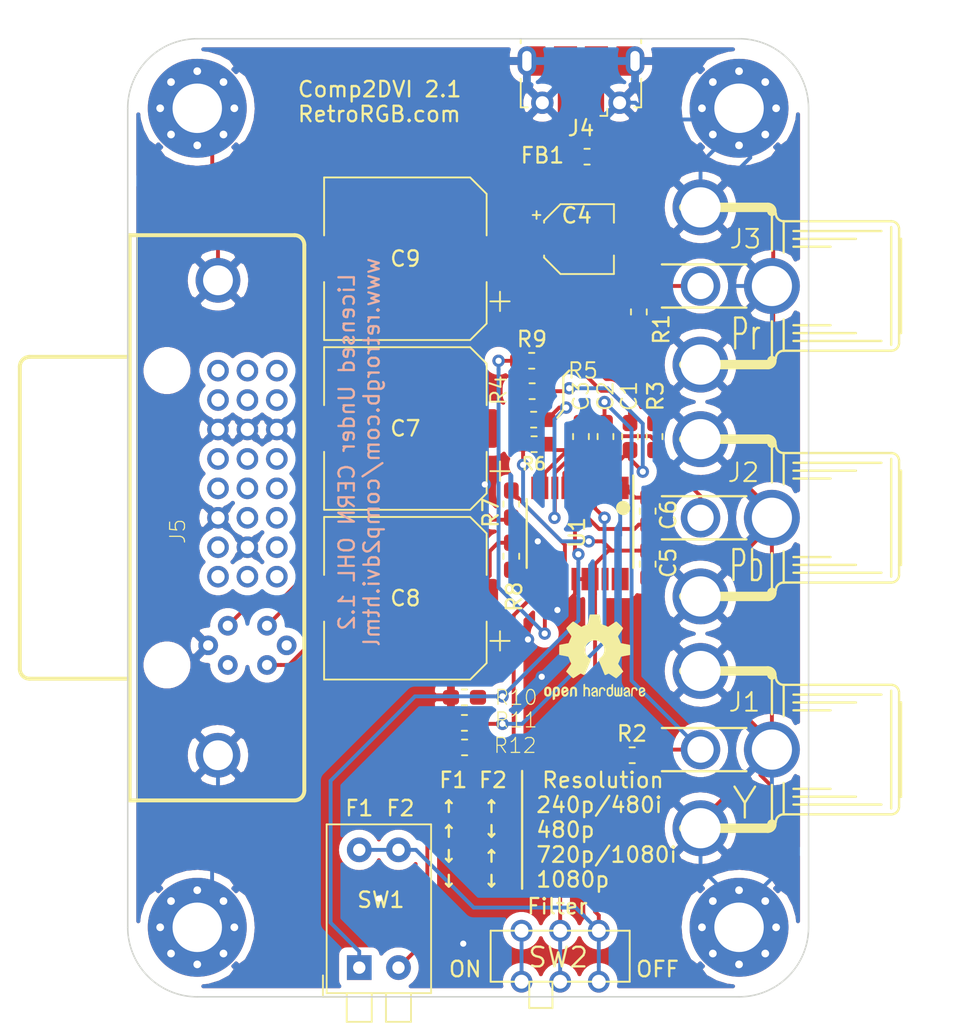
<source format=kicad_pcb>
(kicad_pcb (version 20171130) (host pcbnew "(5.1.0)-1")
  (layers (0 F.Cu signal) (31 B.Cu signal) (34 B.Paste user) (35 F.Paste user) (36 B.SilkS user) (37 F.SilkS user) (38 B.Mask user) (39 F.Mask user) (44 Edge.Cuts user))
  (net 0 "")
  (net 1 SF1_IN)
  (net 2 Pr)
  (net 3 Y)
  (net 4 SF2_IN)
  (net 5 SF3_IN)
  (net 6 Pb)
  (net 7 5V)
  (net 8 GND)
  (net 9 Pr_OUT)
  (net 10 Y_OUT)
  (net 11 Pb_OUT)
  (net 12 "Net-(FB1-Pad2)")
  (net 13 "Net-(J4-Pad2)")
  (net 14 "Net-(J4-Pad3)")
  (net 15 "Net-(J4-Pad4)")
  (net 16 "Net-(J5-Pad1)")
  (net 17 "Net-(J5-Pad2)")
  (net 18 "Net-(J5-Pad4)")
  (net 19 "Net-(J5-Pad5)")
  (net 20 "Net-(J5-Pad6)")
  (net 21 "Net-(J5-Pad7)")
  (net 22 "Net-(J5-Pad8)")
  (net 23 "Net-(J5-Pad9)")
  (net 24 "Net-(J5-Pad10)")
  (net 25 "Net-(J5-Pad12)")
  (net 26 "Net-(J5-Pad13)")
  (net 27 "Net-(J5-Pad14)")
  (net 28 "Net-(J5-Pad16)")
  (net 29 "Net-(J5-Pad17)")
  (net 30 "Net-(J5-Pad18)")
  (net 31 "Net-(J5-Pad20)")
  (net 32 "Net-(J5-Pad21)")
  (net 33 "Net-(J5-Pad23)")
  (net 34 "Net-(J5-Pad24)")
  (net 35 "Net-(J5-PadC4)")
  (net 36 "Net-(R7-Pad2)")
  (net 37 "Net-(R8-Pad2)")
  (net 38 FILTER1)
  (net 39 FILTER2)
  (net 40 BYPASS)
  (net 41 "Net-(U1-Pad18)")
  (net 42 "Net-(U1-Pad19)")
  (net 43 "Net-(U1-Pad20)")
  (net 44 "Net-(U1-Pad10)")
  (net 45 "Net-(C7-Pad1)")
  (net 46 "Net-(C8-Pad1)")
  (net 47 "Net-(C9-Pad1)")
  (net 48 "Net-(R9-Pad2)")
  (net 49 "Net-(SW2-Pad1)")
  (module MountingHole:MountingHole_3.2mm_M3_Pad_Via (layer F.Cu) (at 70.159 118.448)
    (fp_text reference REF** hide)
    (fp_text value MountingHole_3.2mm_M3_Pad_Via)
    (pad 1 thru_hole circle (at 0 0) (size 6.4 6.4) (drill 3.2) (layers *.Cu *.Mask) (net 8 GND))
    (pad 1 thru_hole circle (at 2.4 0) (size 0.8 0.8) (drill 0.5) (layers *.Cu *.Mask))
    (pad 1 thru_hole circle (at 1.697056 1.697056) (size 0.8 0.8) (drill 0.5) (layers *.Cu *.Mask))
    (pad 1 thru_hole circle (at 0 2.4) (size 0.8 0.8) (drill 0.5) (layers *.Cu *.Mask))
    (pad 1 thru_hole circle (at -1.697056 1.697056) (size 0.8 0.8) (drill 0.5) (layers *.Cu *.Mask))
    (pad 1 thru_hole circle (at -2.4 0) (size 0.8 0.8) (drill 0.5) (layers *.Cu *.Mask))
    (pad 1 thru_hole circle (at -1.697056 -1.697056) (size 0.8 0.8) (drill 0.5) (layers *.Cu *.Mask))
    (pad 1 thru_hole circle (at 0 -2.4) (size 0.8 0.8) (drill 0.5) (layers *.Cu *.Mask))
    (pad 1 thru_hole circle (at 1.697056 -1.697056) (size 0.8 0.8) (drill 0.5) (layers *.Cu *.Mask))
  )
  (module MountingHole:MountingHole_3.2mm_M3_Pad_Via (layer F.Cu) (at 70.159 65.448)
    (fp_text reference REF** hide)
    (fp_text value MountingHole_3.2mm_M3_Pad_Via)
    (pad 1 thru_hole circle (at 1.697056 -1.697056) (size 0.8 0.8) (drill 0.5) (layers *.Cu *.Mask))
    (pad 1 thru_hole circle (at 0 -2.4) (size 0.8 0.8) (drill 0.5) (layers *.Cu *.Mask))
    (pad 1 thru_hole circle (at -1.697056 -1.697056) (size 0.8 0.8) (drill 0.5) (layers *.Cu *.Mask))
    (pad 1 thru_hole circle (at -2.4 0) (size 0.8 0.8) (drill 0.5) (layers *.Cu *.Mask))
    (pad 1 thru_hole circle (at -1.697056 1.697056) (size 0.8 0.8) (drill 0.5) (layers *.Cu *.Mask))
    (pad 1 thru_hole circle (at 0 2.4) (size 0.8 0.8) (drill 0.5) (layers *.Cu *.Mask))
    (pad 1 thru_hole circle (at 1.697056 1.697056) (size 0.8 0.8) (drill 0.5) (layers *.Cu *.Mask))
    (pad 1 thru_hole circle (at 2.4 0) (size 0.8 0.8) (drill 0.5) (layers *.Cu *.Mask))
    (pad 1 thru_hole circle (at 0 0) (size 6.4 6.4) (drill 3.2) (layers *.Cu *.Mask) (net 8 GND))
  )
  (module MountingHole:MountingHole_3.2mm_M3_Pad_Via (layer F.Cu) (at 105.228 65.448)
    (fp_text reference REF** hide)
    (fp_text value MountingHole_3.2mm_M3_Pad_Via)
    (pad 1 thru_hole circle (at 0 0) (size 6.4 6.4) (drill 3.2) (layers *.Cu *.Mask) (net 8 GND))
    (pad 1 thru_hole circle (at 2.4 0) (size 0.8 0.8) (drill 0.5) (layers *.Cu *.Mask))
    (pad 1 thru_hole circle (at 1.697056 1.697056) (size 0.8 0.8) (drill 0.5) (layers *.Cu *.Mask))
    (pad 1 thru_hole circle (at 0 2.4) (size 0.8 0.8) (drill 0.5) (layers *.Cu *.Mask))
    (pad 1 thru_hole circle (at -1.697056 1.697056) (size 0.8 0.8) (drill 0.5) (layers *.Cu *.Mask))
    (pad 1 thru_hole circle (at -2.4 0) (size 0.8 0.8) (drill 0.5) (layers *.Cu *.Mask))
    (pad 1 thru_hole circle (at -1.697056 -1.697056) (size 0.8 0.8) (drill 0.5) (layers *.Cu *.Mask))
    (pad 1 thru_hole circle (at 0 -2.4) (size 0.8 0.8) (drill 0.5) (layers *.Cu *.Mask))
    (pad 1 thru_hole circle (at 1.697056 -1.697056) (size 0.8 0.8) (drill 0.5) (layers *.Cu *.Mask))
  )
  (module MountingHole:MountingHole_3.2mm_M3_Pad_Via (layer F.Cu) (at 105.228 118.448)
    (fp_text reference REF** hide)
    (fp_text value MountingHole_3.2mm_M3_Pad_Via)
    (pad 1 thru_hole circle (at 1.697056 -1.697056) (size 0.8 0.8) (drill 0.5) (layers *.Cu *.Mask))
    (pad 1 thru_hole circle (at 0 -2.4) (size 0.8 0.8) (drill 0.5) (layers *.Cu *.Mask) (net 8 GND))
    (pad 1 thru_hole circle (at -1.697056 -1.697056) (size 0.8 0.8) (drill 0.5) (layers *.Cu *.Mask))
    (pad 1 thru_hole circle (at -2.4 0) (size 0.8 0.8) (drill 0.5) (layers *.Cu *.Mask))
    (pad 1 thru_hole circle (at -1.697056 1.697056) (size 0.8 0.8) (drill 0.5) (layers *.Cu *.Mask))
    (pad 1 thru_hole circle (at 0 2.4) (size 0.8 0.8) (drill 0.5) (layers *.Cu *.Mask))
    (pad 1 thru_hole circle (at 1.697056 1.697056) (size 0.8 0.8) (drill 0.5) (layers *.Cu *.Mask))
    (pad 1 thru_hole circle (at 2.4 0) (size 0.8 0.8) (drill 0.5) (layers *.Cu *.Mask))
    (pad 1 thru_hole circle (at 0 0) (size 6.4 6.4) (drill 3.2) (layers *.Cu *.Mask) (net 8 GND))
  )
  (module Fiducial:Fiducial_1mm_Mask2mm (layer F.Cu) (at 107.95 113.538)
    (fp_text reference REF** hide)
    (fp_text value Fiducial_1mm_Mask2mm)
    (pad "" smd circle (at 0 0) (size 1 1) (layers F.Cu F.Mask) (clearance 0.5))
  )
  (module Fiducial:Fiducial_1mm_Mask2mm (layer F.Cu) (at 67.409 70.148)
    (fp_text reference REF** hide)
    (fp_text value Fiducial_1mm_Mask2mm)
    (pad "" smd circle (at 0 0) (size 1 1) (layers F.Cu F.Mask) (clearance 0.5))
  )
  (module Symbol:OSHW-Logo2_7.3x6mm_SilkScreen (layer F.Cu) (at 95.885 100.965)
    (fp_text reference REF** hide)
    (fp_text value OSHW-Logo2_7.3x6mm_SilkScreen hide)
  )
  (module Package_SO:TSSOP-20_4.4x6.5mm_P0.65mm (layer F.Cu) (at 94.9325 92.964 270)
    (fp_text reference U1 (at -0.0635 0.1905 270) (layer F.SilkS))
    (fp_text value THS7368)
    (pad 1 smd rect (at -2.95 -2.925 270) (size 1.45 0.45) (layers F.Cu F.Paste F.Mask) (net 8 GND))
    (pad 2 smd rect (at -2.95 -2.275 270) (size 1.45 0.45) (layers F.Cu F.Paste F.Mask) (net 8 GND))
    (pad 3 smd rect (at -2.95 -1.625 270) (size 1.45 0.45) (layers F.Cu F.Paste F.Mask) (net 8 GND))
    (pad 4 smd rect (at -2.95 -0.975 270) (size 1.45 0.45) (layers F.Cu F.Paste F.Mask) (net 39 FILTER2))
    (pad 5 smd rect (at -2.95 -0.325 270) (size 1.45 0.45) (layers F.Cu F.Paste F.Mask) (net 7 5V))
    (pad 6 smd rect (at -2.95 0.325 270) (size 1.45 0.45) (layers F.Cu F.Paste F.Mask) (net 38 FILTER1))
    (pad 7 smd rect (at -2.95 0.975 270) (size 1.45 0.45) (layers F.Cu F.Paste F.Mask) (net 1 SF1_IN))
    (pad 8 smd rect (at -2.95 1.625 270) (size 1.45 0.45) (layers F.Cu F.Paste F.Mask) (net 4 SF2_IN))
    (pad 9 smd rect (at -2.95 2.275 270) (size 1.45 0.45) (layers F.Cu F.Paste F.Mask) (net 5 SF3_IN))
    (pad 10 smd rect (at -2.95 2.925 270) (size 1.45 0.45) (layers F.Cu F.Paste F.Mask) (net 44 "Net-(U1-Pad10)"))
    (pad 11 smd rect (at 2.95 2.925 270) (size 1.45 0.45) (layers F.Cu F.Paste F.Mask) (net 40 BYPASS))
    (pad 12 smd rect (at 2.95 2.275 270) (size 1.45 0.45) (layers F.Cu F.Paste F.Mask) (net 48 "Net-(R9-Pad2)"))
    (pad 13 smd rect (at 2.95 1.625 270) (size 1.45 0.45) (layers F.Cu F.Paste F.Mask) (net 37 "Net-(R8-Pad2)"))
    (pad 14 smd rect (at 2.95 0.975 270) (size 1.45 0.45) (layers F.Cu F.Paste F.Mask) (net 36 "Net-(R7-Pad2)"))
    (pad 15 smd rect (at 2.95 0.325 270) (size 1.45 0.45) (layers F.Cu F.Paste F.Mask) (net 8 GND))
    (pad 16 smd rect (at 2.95 -0.325 270) (size 1.45 0.45) (layers F.Cu F.Paste F.Mask) (net 8 GND))
    (pad 17 smd rect (at 2.95 -0.975 270) (size 1.45 0.45) (layers F.Cu F.Paste F.Mask) (net 7 5V))
    (pad 18 smd rect (at 2.95 -1.625 270) (size 1.45 0.45) (layers F.Cu F.Paste F.Mask) (net 41 "Net-(U1-Pad18)"))
    (pad 19 smd rect (at 2.95 -2.275 270) (size 1.45 0.45) (layers F.Cu F.Paste F.Mask) (net 42 "Net-(U1-Pad19)"))
    (pad 20 smd rect (at 2.95 -2.925 270) (size 1.45 0.45) (layers F.Cu F.Paste F.Mask) (net 43 "Net-(U1-Pad20)"))
  )
  (module Button_Switch_THT:SW_DIP_SPSTx02_Piano_10.8x6.64mm_W7.62mm_P2.54mm (layer F.Cu) (at 80.645 121.0564 90)
    (fp_text reference SW1 (at 4.3815 1.397 180) (layer F.SilkS))
    (fp_text value SW_DIP_x02)
    (pad 4 thru_hole oval (at 7.62 0 90) (size 1.6 1.6) (drill 0.8) (layers *.Cu *.Mask) (net 7 5V))
    (pad 2 thru_hole oval (at 0 2.54 90) (size 1.6 1.6) (drill 0.8) (layers *.Cu *.Mask) (net 39 FILTER2))
    (pad 3 thru_hole oval (at 7.62 2.54 90) (size 1.6 1.6) (drill 0.8) (layers *.Cu *.Mask) (net 7 5V))
    (pad 1 thru_hole rect (at 0 0 90) (size 1.6 1.6) (drill 0.8) (layers *.Cu *.Mask) (net 38 FILTER1))
  )
  (module Connector_USB:USB_Micro-B_Molex-105017-0001 (layer F.Cu) (at 94.996 63.627 180)
    (fp_text reference J4 (at 0 -3.1125 180) (layer F.SilkS))
    (fp_text value USB_B_Micro)
    (pad 6 smd rect (at -2.9 1.2375 180) (size 1.2 1.9) (layers F.Cu F.Mask) (net 8 GND))
    (pad 6 smd rect (at 2.9 1.2375 180) (size 1.2 1.9) (layers F.Cu F.Mask) (net 8 GND))
    (pad 6 thru_hole oval (at 3.5 1.2375 180) (size 1.2 1.9) (drill oval 0.6 1.3) (layers *.Cu *.Mask) (net 8 GND))
    (pad 6 thru_hole oval (at -3.5 1.2375) (size 1.2 1.9) (drill oval 0.6 1.3) (layers *.Cu *.Mask) (net 8 GND))
    (pad 6 smd rect (at -1 1.2375 180) (size 1.5 1.9) (layers F.Cu F.Paste F.Mask) (net 8 GND))
    (pad 6 thru_hole circle (at 2.5 -1.4625 180) (size 1.45 1.45) (drill 0.85) (layers *.Cu *.Mask) (net 8 GND))
    (pad 3 smd rect (at 0 -1.4625 180) (size 0.4 1.35) (layers F.Cu F.Paste F.Mask) (net 14 "Net-(J4-Pad3)"))
    (pad 4 smd rect (at 0.65 -1.4625 180) (size 0.4 1.35) (layers F.Cu F.Paste F.Mask) (net 15 "Net-(J4-Pad4)"))
    (pad 5 smd rect (at 1.3 -1.4625 180) (size 0.4 1.35) (layers F.Cu F.Paste F.Mask) (net 8 GND))
    (pad 1 smd rect (at -1.3 -1.4625 180) (size 0.4 1.35) (layers F.Cu F.Paste F.Mask) (net 12 "Net-(FB1-Pad2)"))
    (pad 2 smd rect (at -0.65 -1.4625 180) (size 0.4 1.35) (layers F.Cu F.Paste F.Mask) (net 13 "Net-(J4-Pad2)"))
    (pad 6 thru_hole circle (at -2.5 -1.4625 180) (size 1.45 1.45) (drill 0.85) (layers *.Cu *.Mask) (net 8 GND))
    (pad 6 smd rect (at 1 1.2375 180) (size 1.5 1.9) (layers F.Cu F.Paste F.Mask) (net 8 GND))
  )
  (module "Component to DVI-A Compact:JS202011" (layer F.Cu) (at 93.6498 120.269)
    (fp_text reference SW2 (at -0.127 0.127) (layer F.SilkS) (effects (font (size 1.27 1.27))))
    (fp_text value SW_DPDT_x2 hide)
    (pad 4 thru_hole circle (at -2.5 -1.6) (size 1.408 1.408) (drill 0.9) (layers *.Cu *.Mask) (net 49 "Net-(SW2-Pad1)"))
    (pad 5 thru_hole circle (at 0 -1.6) (size 1.408 1.408) (drill 0.9) (layers *.Cu *.Mask) (net 40 BYPASS))
    (pad 6 thru_hole circle (at 2.5 -1.6) (size 1.408 1.408) (drill 0.9) (layers *.Cu *.Mask) (net 7 5V))
    (pad 3 thru_hole circle (at 2.5 1.7) (size 1.408 1.408) (drill 0.9) (layers *.Cu *.Mask) (net 7 5V))
    (pad 2 thru_hole circle (at 0 1.7) (size 1.408 1.408) (drill 0.9) (layers *.Cu *.Mask) (net 40 BYPASS))
    (pad 1 thru_hole circle (at -2.5 1.7) (size 1.408 1.408) (drill 0.9) (layers *.Cu *.Mask) (net 49 "Net-(SW2-Pad1)"))
  )
  (module Resistor_SMD:R_0603_1608Metric_Pad1.05x0.95mm_HandSolder (layer F.Cu) (at 87.4636 106.807)
    (fp_text reference R12 (at 1.8174 0.4445) (layer F.SilkS) (effects (font (size 0.9652 0.9652) (thickness 0.077216)) (justify left bottom)))
    (fp_text value 100K)
    (pad 2 smd roundrect (at 0.875 0) (size 1.05 0.95) (layers F.Cu F.Paste F.Mask) (net 40 BYPASS))
    (pad 1 smd roundrect (at -0.875 0) (size 1.05 0.95) (layers F.Cu F.Paste F.Mask) (net 8 GND))
  )
  (module Resistor_SMD:R_0603_1608Metric_Pad1.05x0.95mm_HandSolder (layer F.Cu) (at 87.4535 105.2195)
    (fp_text reference R11 (at 1.891 0.381) (layer F.SilkS) (effects (font (size 0.9652 0.9652) (thickness 0.077216)) (justify left bottom)))
    (fp_text value 100K)
    (pad 2 smd roundrect (at 0.875 0) (size 1.05 0.95) (layers F.Cu F.Paste F.Mask) (net 39 FILTER2))
    (pad 1 smd roundrect (at -0.875 0) (size 1.05 0.95) (layers F.Cu F.Paste F.Mask) (net 8 GND))
  )
  (module Resistor_SMD:R_0603_1608Metric_Pad1.05x0.95mm_HandSolder (layer F.Cu) (at 87.4535 103.5685)
    (fp_text reference R10 (at 1.891 0.5715 180) (layer F.SilkS) (effects (font (size 0.9652 0.9652) (thickness 0.077216)) (justify left bottom)))
    (fp_text value 100K)
    (pad 2 smd roundrect (at 0.875 0) (size 1.05 0.95) (layers F.Cu F.Paste F.Mask) (net 38 FILTER1))
    (pad 1 smd roundrect (at -0.875 0) (size 1.05 0.95) (layers F.Cu F.Paste F.Mask) (net 8 GND))
  )
  (module "Component to DVI-A Compact:CIU_RCJ-01X" (layer F.Cu) (at 107.315 106.948 270)
    (fp_text reference J1 (at -2.3635 2.8575) (layer F.SilkS) (effects (font (size 1.2065 1.2065) (thickness 0.127)) (justify left bottom)))
    (fp_text value Conn_Coaxial)
    (pad 1 thru_hole circle (at 0 4.58 270) (size 2.55 2.55) (drill 1.7) (layers *.Cu *.Mask) (net 3 Y))
    (pad 2 thru_hole circle (at 5.088 4.58 270) (size 3.616 3.616) (drill 2.6) (layers *.Cu *.Mask) (net 8 GND))
    (pad 2 thru_hole circle (at -5.088 4.58 270) (size 3.616 3.616) (drill 2.6) (layers *.Cu *.Mask) (net 8 GND))
    (pad 2 thru_hole circle (at 0 -0.04 270) (size 3.616 3.616) (drill 2.6) (layers *.Cu *.Mask) (net 8 GND))
  )
  (module Resistor_SMD:R_0603_1608Metric_Pad1.05x0.95mm_HandSolder (layer F.Cu) (at 91.807 81.788 180)
    (fp_text reference R9 (at -0.014 1.397 180) (layer F.SilkS))
    (fp_text value 75Ω)
    (pad 2 smd roundrect (at 0.875 0 180) (size 1.05 0.95) (layers F.Cu F.Paste F.Mask) (net 48 "Net-(R9-Pad2)"))
    (pad 1 smd roundrect (at -0.875 0 180) (size 1.05 0.95) (layers F.Cu F.Paste F.Mask) (net 47 "Net-(C9-Pad1)"))
  )
  (module Resistor_SMD:R_0603_1608Metric_Pad1.05x0.95mm_HandSolder (layer F.Cu) (at 90.4875 91.059 90)
    (fp_text reference R7 (at -0.5575 -1.3335 90) (layer F.SilkS))
    (fp_text value 75Ω)
    (pad 1 smd roundrect (at -0.875 0 90) (size 1.05 0.95) (layers F.Cu F.Paste F.Mask) (net 45 "Net-(C7-Pad1)"))
    (pad 2 smd roundrect (at 0.875 0 90) (size 1.05 0.95) (layers F.Cu F.Paste F.Mask) (net 36 "Net-(R7-Pad2)"))
  )
  (module Capacitor_SMD:C_0603_1608Metric_Pad1.05x0.95mm_HandSolder (layer F.Cu) (at 98.171 86.6915 90)
    (fp_text reference C1 (at 2.6175 -0.0635 90) (layer F.SilkS) (effects (font (thickness 0.125))))
    (fp_text value 100nF)
    (pad 1 smd roundrect (at -0.875 0 90) (size 1.05 0.95) (layers F.Cu F.Paste F.Mask) (net 1 SF1_IN))
    (pad 2 smd roundrect (at 0.875 0 90) (size 1.05 0.95) (layers F.Cu F.Paste F.Mask) (net 2 Pr))
  )
  (module Capacitor_SMD:C_0603_1608Metric_Pad1.05x0.95mm_HandSolder (layer F.Cu) (at 96.5835 86.6915 90)
    (fp_text reference C2 (at 2.6175 0 90) (layer F.SilkS) (effects (font (thickness 0.125))))
    (fp_text value 100nF)
    (pad 2 smd roundrect (at 0.875 0 90) (size 1.05 0.95) (layers F.Cu F.Paste F.Mask) (net 3 Y))
    (pad 1 smd roundrect (at -0.875 0 90) (size 1.05 0.95) (layers F.Cu F.Paste F.Mask) (net 4 SF2_IN))
  )
  (module Capacitor_SMD:C_0603_1608Metric_Pad1.05x0.95mm_HandSolder (layer F.Cu) (at 94.996 86.6915 90)
    (fp_text reference C3 (at 2.6175 0 90) (layer F.SilkS) (effects (font (thickness 0.125))))
    (fp_text value 100nF)
    (pad 1 smd roundrect (at -0.875 0 90) (size 1.05 0.95) (layers F.Cu F.Paste F.Mask) (net 5 SF3_IN))
    (pad 2 smd roundrect (at 0.875 0 90) (size 1.05 0.95) (layers F.Cu F.Paste F.Mask) (net 6 Pb))
  )
  (module Capacitor_SMD:CP_Elec_4x5.4 (layer F.Cu) (at 94.869 73.914)
    (fp_text reference C4 (at -0.149 -1.524) (layer F.SilkS))
    (fp_text value 10μF)
    (pad 1 smd roundrect (at -1.8 0) (size 2.6 1.6) (layers F.Cu F.Paste F.Mask) (roundrect_rratio 0.15625) (net 7 5V))
    (pad 2 smd roundrect (at 1.8 0) (size 2.6 1.6) (layers F.Cu F.Paste F.Mask) (roundrect_rratio 0.15625) (net 8 GND))
  )
  (module Capacitor_SMD:C_0603_1608Metric_Pad1.05x0.95mm_HandSolder (layer F.Cu) (at 99.314 91.5175 270)
    (fp_text reference C5 (at 3.3515 -1.3335 270) (layer F.SilkS))
    (fp_text value 100nF)
    (pad 2 smd roundrect (at 0.875 0 270) (size 1.05 0.95) (layers F.Cu F.Paste F.Mask) (net 7 5V))
    (pad 1 smd roundrect (at -0.875 0 270) (size 1.05 0.95) (layers F.Cu F.Paste F.Mask) (net 8 GND))
  )
  (module Capacitor_SMD:C_0603_1608Metric_Pad1.05x0.95mm_HandSolder (layer F.Cu) (at 99.314 94.9465 90)
    (fp_text reference C6 (at 3.189 1.3335 270) (layer F.SilkS))
    (fp_text value 10nF)
    (pad 1 smd roundrect (at -0.875 0 90) (size 1.05 0.95) (layers F.Cu F.Paste F.Mask) (net 8 GND))
    (pad 2 smd roundrect (at 0.875 0 90) (size 1.05 0.95) (layers F.Cu F.Paste F.Mask) (net 7 5V))
  )
  (module Capacitor_SMD:CP_Elec_10x10 (layer F.Cu) (at 83.6295 86.1695 180)
    (fp_text reference C7 (at 0 0 180) (layer F.SilkS))
    (fp_text value 470μF)
    (pad 1 smd roundrect (at -4 0 180) (size 4 2.5) (layers F.Cu F.Paste F.Mask) (roundrect_rratio 0.1) (net 45 "Net-(C7-Pad1)"))
    (pad 2 smd roundrect (at 4 0 180) (size 4 2.5) (layers F.Cu F.Paste F.Mask) (roundrect_rratio 0.1) (net 9 Pr_OUT))
  )
  (module Capacitor_SMD:CP_Elec_10x10 (layer F.Cu) (at 83.6295 97.155 180)
    (fp_text reference C8 (at 0 0 180) (layer F.SilkS))
    (fp_text value 470μF)
    (pad 2 smd roundrect (at 4 0 180) (size 4 2.5) (layers F.Cu F.Paste F.Mask) (roundrect_rratio 0.1) (net 10 Y_OUT))
    (pad 1 smd roundrect (at -4 0 180) (size 4 2.5) (layers F.Cu F.Paste F.Mask) (roundrect_rratio 0.1) (net 46 "Net-(C8-Pad1)"))
  )
  (module Capacitor_SMD:CP_Elec_10x10 (layer F.Cu) (at 83.6295 75.184 180)
    (fp_text reference C9 (at 0 0 180) (layer F.SilkS))
    (fp_text value 470μF)
    (pad 1 smd roundrect (at -4 0 180) (size 4 2.5) (layers F.Cu F.Paste F.Mask) (roundrect_rratio 0.1) (net 47 "Net-(C9-Pad1)"))
    (pad 2 smd roundrect (at 4 0 180) (size 4 2.5) (layers F.Cu F.Paste F.Mask) (roundrect_rratio 0.1) (net 11 Pb_OUT))
  )
  (module Inductor_SMD:L_0603_1608Metric_Pad1.05x0.95mm_HandSolder (layer F.Cu) (at 95.391 68.58)
    (fp_text reference FB1 (at -2.891 -0.08) (layer F.SilkS))
    (fp_text value 220Ω)
    (pad 1 smd roundrect (at -0.875 0) (size 1.05 0.95) (layers F.Cu F.Paste F.Mask) (net 7 5V))
    (pad 2 smd roundrect (at 0.875 0) (size 1.05 0.95) (layers F.Cu F.Paste F.Mask) (net 12 "Net-(FB1-Pad2)"))
  )
  (module "Component to DVI-A Compact:CIU_RCJ-01X" (layer F.Cu) (at 107.315 91.948 270)
    (fp_text reference J2 (at -2.2225 2.921) (layer F.SilkS) (effects (font (size 1.2065 1.2065) (thickness 0.127)) (justify left bottom)))
    (fp_text value Conn_Coaxial)
    (pad 2 thru_hole circle (at 0 -0.04 270) (size 3.616 3.616) (drill 2.6) (layers *.Cu *.Mask) (net 8 GND))
    (pad 2 thru_hole circle (at -5.088 4.58 270) (size 3.616 3.616) (drill 2.6) (layers *.Cu *.Mask) (net 8 GND))
    (pad 2 thru_hole circle (at 5.088 4.58 270) (size 3.616 3.616) (drill 2.6) (layers *.Cu *.Mask) (net 8 GND))
    (pad 1 thru_hole circle (at 0 4.58 270) (size 2.55 2.55) (drill 1.7) (layers *.Cu *.Mask) (net 6 Pb))
  )
  (module "Component to DVI-A Compact:CIU_RCJ-01X" (layer F.Cu) (at 107.315 76.948 270)
    (fp_text reference J3 (at -2.3355 2.794) (layer F.SilkS) (effects (font (size 1.2065 1.2065) (thickness 0.127)) (justify left bottom)))
    (fp_text value Conn_Coaxial)
    (pad 1 thru_hole circle (at 0 4.58 270) (size 2.55 2.55) (drill 1.7) (layers *.Cu *.Mask) (net 2 Pr))
    (pad 2 thru_hole circle (at 5.088 4.58 270) (size 3.616 3.616) (drill 2.6) (layers *.Cu *.Mask) (net 8 GND))
    (pad 2 thru_hole circle (at -5.088 4.58 270) (size 3.616 3.616) (drill 2.6) (layers *.Cu *.Mask) (net 8 GND))
    (pad 2 thru_hole circle (at 0 -0.04 270) (size 3.616 3.616) (drill 2.6) (layers *.Cu *.Mask) (net 8 GND))
  )
  (module "Component to DVI-A Compact:DVI-I-R" (layer F.Cu) (at 68.326 91.948 270)
    (fp_text reference J5 (at 0 0 90) (layer F.SilkS) (effects (font (size 0.9652 0.9652) (thickness 0.077216)) (justify right top)))
    (fp_text value DVI-I-R)
    (pad 1 thru_hole circle (at -9.525 -6.985 270) (size 1.397 1.397) (drill 0.8636) (layers *.Cu *.Mask) (net 16 "Net-(J5-Pad1)"))
    (pad 2 thru_hole circle (at -7.62 -6.985 270) (size 1.397 1.397) (drill 0.8636) (layers *.Cu *.Mask) (net 17 "Net-(J5-Pad2)"))
    (pad 3 thru_hole circle (at -5.715 -6.985 270) (size 1.397 1.397) (drill 0.8636) (layers *.Cu *.Mask) (net 8 GND))
    (pad 4 thru_hole circle (at -3.81 -6.985 270) (size 1.397 1.397) (drill 0.8636) (layers *.Cu *.Mask) (net 18 "Net-(J5-Pad4)"))
    (pad 5 thru_hole circle (at -1.905 -6.985 270) (size 1.397 1.397) (drill 0.8636) (layers *.Cu *.Mask) (net 19 "Net-(J5-Pad5)"))
    (pad 6 thru_hole circle (at 0 -6.985 270) (size 1.397 1.397) (drill 0.8636) (layers *.Cu *.Mask) (net 20 "Net-(J5-Pad6)"))
    (pad 7 thru_hole circle (at 1.905 -6.985 270) (size 1.397 1.397) (drill 0.8636) (layers *.Cu *.Mask) (net 21 "Net-(J5-Pad7)"))
    (pad 8 thru_hole circle (at 3.81 -6.985 270) (size 1.397 1.397) (drill 0.8636) (layers *.Cu *.Mask) (net 22 "Net-(J5-Pad8)"))
    (pad 9 thru_hole circle (at -9.525 -5.08 270) (size 1.397 1.397) (drill 0.8636) (layers *.Cu *.Mask) (net 23 "Net-(J5-Pad9)"))
    (pad 10 thru_hole circle (at -7.62 -5.08 270) (size 1.397 1.397) (drill 0.8636) (layers *.Cu *.Mask) (net 24 "Net-(J5-Pad10)"))
    (pad 11 thru_hole circle (at -5.715 -5.08 270) (size 1.397 1.397) (drill 0.8636) (layers *.Cu *.Mask) (net 8 GND))
    (pad 12 thru_hole circle (at -3.81 -5.08 270) (size 1.397 1.397) (drill 0.8636) (layers *.Cu *.Mask) (net 25 "Net-(J5-Pad12)"))
    (pad 13 thru_hole circle (at -1.905 -5.08 270) (size 1.397 1.397) (drill 0.8636) (layers *.Cu *.Mask) (net 26 "Net-(J5-Pad13)"))
    (pad 14 thru_hole circle (at 0 -5.08 270) (size 1.397 1.397) (drill 0.8636) (layers *.Cu *.Mask) (net 27 "Net-(J5-Pad14)"))
    (pad 15 thru_hole circle (at 1.905 -5.08 270) (size 1.397 1.397) (drill 0.8636) (layers *.Cu *.Mask) (net 8 GND))
    (pad 16 thru_hole circle (at 3.81 -5.08 270) (size 1.397 1.397) (drill 0.8636) (layers *.Cu *.Mask) (net 28 "Net-(J5-Pad16)"))
    (pad 17 thru_hole circle (at -9.525 -3.175 270) (size 1.397 1.397) (drill 0.8636) (layers *.Cu *.Mask) (net 29 "Net-(J5-Pad17)"))
    (pad 18 thru_hole circle (at -7.62 -3.175 270) (size 1.397 1.397) (drill 0.8636) (layers *.Cu *.Mask) (net 30 "Net-(J5-Pad18)"))
    (pad 19 thru_hole circle (at -5.715 -3.175 270) (size 1.397 1.397) (drill 0.8636) (layers *.Cu *.Mask) (net 8 GND))
    (pad 20 thru_hole circle (at -3.81 -3.175 270) (size 1.397 1.397) (drill 0.8636) (layers *.Cu *.Mask) (net 31 "Net-(J5-Pad20)"))
    (pad 21 thru_hole circle (at -1.905 -3.175 270) (size 1.397 1.397) (drill 0.8636) (layers *.Cu *.Mask) (net 32 "Net-(J5-Pad21)"))
    (pad 22 thru_hole circle (at 0 -3.175 270) (size 1.397 1.397) (drill 0.8636) (layers *.Cu *.Mask) (net 8 GND))
    (pad 23 thru_hole circle (at 1.905 -3.175 270) (size 1.397 1.397) (drill 0.8636) (layers *.Cu *.Mask) (net 33 "Net-(J5-Pad23)"))
    (pad 24 thru_hole circle (at 3.81 -3.175 270) (size 1.397 1.397) (drill 0.8636) (layers *.Cu *.Mask) (net 34 "Net-(J5-Pad24)"))
    (pad C1 thru_hole circle (at 6.985 -6.35 270) (size 1.27 1.27) (drill 0.6604) (layers *.Cu *.Mask) (net 9 Pr_OUT))
    (pad C2 thru_hole circle (at 9.525 -6.35 270) (size 1.27 1.27) (drill 0.6604) (layers *.Cu *.Mask) (net 10 Y_OUT))
    (pad C3 thru_hole circle (at 6.985 -3.81 270) (size 1.27 1.27) (drill 0.6604) (layers *.Cu *.Mask) (net 11 Pb_OUT))
    (pad C4 thru_hole circle (at 9.525 -3.81 270) (size 1.27 1.27) (drill 0.6604) (layers *.Cu *.Mask) (net 35 "Net-(J5-PadC4)"))
    (pad C5 thru_hole circle (at 8.255 -2.54 270) (size 1.27 1.27) (drill 0.6604) (layers *.Cu *.Mask) (net 8 GND))
    (pad C6 thru_hole circle (at 8.255 -7.62 270) (size 1.27 1.27) (drill 0.6604) (layers *.Cu *.Mask))
    (pad "" np_thru_hole circle (at -9.525 0.127 270) (size 2.032 2.032) (drill 2.032) (layers *.Cu *.Mask))
    (pad "" np_thru_hole circle (at 9.525 0.127 270) (size 2.032 2.032) (drill 2.032) (layers *.Cu *.Mask))
    (pad GND@1 thru_hole circle (at -15.367 -3.175 270) (size 2.8956 2.8956) (drill 1.9304) (layers *.Cu *.Mask) (net 8 GND))
    (pad GND@2 thru_hole circle (at 15.367 -3.175 270) (size 2.8956 2.8956) (drill 1.9304) (layers *.Cu *.Mask) (net 8 GND))
  )
  (module Resistor_SMD:R_0603_1608Metric_Pad1.05x0.95mm_HandSolder (layer F.Cu) (at 98.7425 78.627 90)
    (fp_text reference R1 (at -1.129 1.4605 90) (layer F.SilkS))
    (fp_text value 75Ω)
    (pad 1 smd roundrect (at -0.875 0 90) (size 1.05 0.95) (layers F.Cu F.Paste F.Mask) (net 8 GND))
    (pad 2 smd roundrect (at 0.875 0 90) (size 1.05 0.95) (layers F.Cu F.Paste F.Mask) (net 2 Pr))
  )
  (module Resistor_SMD:R_0603_1608Metric_Pad1.05x0.95mm_HandSolder (layer F.Cu) (at 98.312 107.315)
    (fp_text reference R2 (at -0.014 -1.397) (layer F.SilkS))
    (fp_text value 75Ω)
    (pad 1 smd roundrect (at -0.875 0) (size 1.05 0.95) (layers F.Cu F.Paste F.Mask) (net 8 GND))
    (pad 2 smd roundrect (at 0.875 0) (size 1.05 0.95) (layers F.Cu F.Paste F.Mask) (net 3 Y))
  )
  (module Resistor_SMD:R_0603_1608Metric_Pad1.05x0.95mm_HandSolder (layer F.Cu) (at 99.7585 86.6915 270)
    (fp_text reference R3 (at -2.6175 -0.0635 270) (layer F.SilkS))
    (fp_text value 75Ω)
    (pad 2 smd roundrect (at 0.875 0 270) (size 1.05 0.95) (layers F.Cu F.Paste F.Mask) (net 6 Pb))
    (pad 1 smd roundrect (at -0.875 0 270) (size 1.05 0.95) (layers F.Cu F.Paste F.Mask) (net 8 GND))
  )
  (module Resistor_SMD:R_0603_1608Metric_Pad1.05x0.95mm_HandSolder (layer F.Cu) (at 91.835 83.7565)
    (fp_text reference R4 (at -2.173 -0.0635 90) (layer F.SilkS) (effects (font (thickness 0.125))))
    (fp_text value 5.36M)
    (pad 1 smd roundrect (at -0.875 0) (size 1.05 0.95) (layers F.Cu F.Paste F.Mask) (net 7 5V))
    (pad 2 smd roundrect (at 0.875 0) (size 1.05 0.95) (layers F.Cu F.Paste F.Mask) (net 1 SF1_IN))
  )
  (module Resistor_SMD:R_0603_1608Metric_Pad1.05x0.95mm_HandSolder (layer F.Cu) (at 91.934 85.598)
    (fp_text reference R5 (at 3.189 -3.175) (layer F.SilkS) (effects (font (thickness 0.125))))
    (fp_text value 5.36M)
    (pad 2 smd roundrect (at 0.875 0) (size 1.05 0.95) (layers F.Cu F.Paste F.Mask) (net 4 SF2_IN))
    (pad 1 smd roundrect (at -0.875 0) (size 1.05 0.95) (layers F.Cu F.Paste F.Mask) (net 7 5V))
  )
  (module Resistor_SMD:R_0603_1608Metric_Pad1.05x0.95mm_HandSolder (layer F.Cu) (at 91.962 87.1855)
    (fp_text reference R6 (at -0.014 1.27) (layer F.SilkS) (effects (font (size 0.8 0.8))))
    (fp_text value 5.36M)
    (pad 2 smd roundrect (at 0.875 0) (size 1.05 0.95) (layers F.Cu F.Paste F.Mask) (net 5 SF3_IN))
    (pad 1 smd roundrect (at -0.875 0) (size 1.05 0.95) (layers F.Cu F.Paste F.Mask) (net 7 5V))
  )
  (module Resistor_SMD:R_0603_1608Metric_Pad1.05x0.95mm_HandSolder (layer F.Cu) (at 90.4875 94.4385 270)
    (fp_text reference R8 (at 2.6175 -0.1905 270) (layer F.SilkS))
    (fp_text value 75Ω)
    (pad 2 smd roundrect (at 0.875 0 270) (size 1.05 0.95) (layers F.Cu F.Paste F.Mask) (net 37 "Net-(R8-Pad2)"))
    (pad 1 smd roundrect (at -0.875 0 270) (size 1.05 0.95) (layers F.Cu F.Paste F.Mask) (net 46 "Net-(C8-Pad1)"))
  )
  (gr_arc (start 70.159 118.448) (end 70.159 122.948) (angle 90) (layer Edge.Cuts) (width 0.1))
  (gr_arc (start 105.228 118.448) (end 105.228 122.948) (angle -90) (layer Edge.Cuts) (width 0.1))
  (gr_arc (start 70.159 65.448) (end 65.659 65.448) (angle 90) (layer Edge.Cuts) (width 0.1))
  (gr_arc (start 105.228 65.448) (end 109.728 65.448) (angle -90) (layer Edge.Cuts) (width 0.1))
  (gr_line (start 93.853 84.963) (end 93.472 85.471) (layer F.SilkS) (width 0.15))
  (gr_line (start 93.853 82.804) (end 93.853 84.963) (layer F.SilkS) (width 0.15))
  (gr_line (start 94.234 82.423) (end 93.853 82.804) (layer F.SilkS) (width 0.15))
  (gr_line (start 91.186 115.951) (end 91.186 108.331) (layer F.SilkS) (width 0.15))
  (gr_text "F1 F2   Resolution\n↑  ↑   240p/480i\n↑  ↓   480p\n↓  ↑   720p/1080i\n↓  ↓   1080p" (at 85.725 112.141) (layer F.SilkS) (effects (font (size 1 1)) (justify left)))
  (gr_text F2 (at 83.312 110.744) (layer F.SilkS) (effects (font (size 1 1))))
  (gr_text F1 (at 80.645 110.744) (layer F.SilkS) (effects (font (size 1 1))))
  (gr_text OFF (at 99.949 121.158) (layer F.SilkS) (effects (font (size 1 1))))
  (gr_text ON (at 87.503 121.158) (layer F.SilkS) (effects (font (size 1 1))))
  (gr_text Filter (at 93.472 117.094) (layer F.SilkS) (effects (font (size 1 1))))
  (gr_text Pr (at 105.664 80.0735) (layer F.SilkS) (effects (font (size 2 1.2))))
  (gr_text Pb (at 105.7275 95.0595) (layer F.SilkS) (effects (font (size 2 1.2))))
  (gr_text Y (at 105.6005 110.4265) (layer F.SilkS) (effects (font (size 2 2))))
  (gr_text "Licensed Under CERN OHL 1.2\nwww.retrorgb.com/comp2dvi.html" (at 80.645 87.6935 90) (layer B.SilkS) (effects (font (size 1 1)) (justify mirror)))
  (gr_text "Comp2DVI 2.1\nRetroRGB.com" (at 76.581 65.024) (layer F.SilkS) (effects (font (size 1 1)) (justify left)))
  (gr_line (start 109.728 65.448) (end 109.728 118.448) (layer Edge.Cuts) (width 0.1))
  (gr_line (start 70.159 122.948) (end 105.228 122.948) (layer Edge.Cuts) (width 0.1))
  (gr_line (start 105.228 60.948) (end 70.159 60.948) (layer Edge.Cuts) (width 0.1))
  (gr_line (start 65.659 65.448) (end 65.659 118.448) (layer Edge.Cuts) (width 0.1))
  (segment (start 93.9165 89.973) (end 93.9575 90.014) (width 0.25) (layer F.Cu) (net 1))
  (segment (start 93.9165 89.06641) (end 93.9165 89.973) (width 0.25) (layer F.Cu) (net 1))
  (segment (start 94.11639 88.86652) (end 93.9165 89.06641) (width 0.25) (layer F.Cu) (net 1))
  (segment (start 98.171 87.5665) (end 96.87098 88.86652) (width 0.25) (layer F.Cu) (net 1))
  (segment (start 96.87098 88.86652) (end 94.11639 88.86652) (width 0.25) (layer F.Cu) (net 1))
  (via (at 94.234 83.566) (size 0.8) (drill 0.4) (layers F.Cu B.Cu) (net 1))
  (segment (start 96.704002 83.566) (end 94.799685 83.566) (width 0.25) (layer B.Cu) (net 1))
  (segment (start 98.9965 85.858498) (end 96.704002 83.566) (width 0.25) (layer B.Cu) (net 1))
  (segment (start 94.799685 83.566) (end 94.234 83.566) (width 0.25) (layer B.Cu) (net 1))
  (segment (start 98.9965 88.9635) (end 98.9965 85.858498) (width 0.25) (layer B.Cu) (net 1))
  (via (at 98.9965 88.9635) (size 0.8) (drill 0.4) (layers F.Cu B.Cu) (net 1))
  (segment (start 98.171 88.138) (end 98.9965 88.9635) (width 0.25) (layer F.Cu) (net 1))
  (segment (start 98.171 87.5665) (end 98.171 88.138) (width 0.25) (layer F.Cu) (net 1))
  (segment (start 94.0435 83.7565) (end 94.234 83.566) (width 0.25) (layer F.Cu) (net 1))
  (segment (start 92.71 83.7565) (end 94.0435 83.7565) (width 0.25) (layer F.Cu) (net 1))
  (segment (start 99.5465 76.948) (end 98.7425 77.752) (width 0.25) (layer F.Cu) (net 2))
  (segment (start 102.7165 76.948) (end 99.5465 76.948) (width 0.25) (layer F.Cu) (net 2))
  (segment (start 98.171 85.1915) (end 98.171 85.8165) (width 0.25) (layer F.Cu) (net 2))
  (segment (start 98.171 85.032998) (end 98.171 85.1915) (width 0.25) (layer F.Cu) (net 2))
  (segment (start 96.868001 83.729999) (end 98.171 85.032998) (width 0.25) (layer F.Cu) (net 2))
  (segment (start 96.302999 83.729999) (end 96.868001 83.729999) (width 0.25) (layer F.Cu) (net 2))
  (segment (start 95.31999 82.74699) (end 96.302999 83.729999) (width 0.25) (layer F.Cu) (net 2))
  (segment (start 95.31999 80.59951) (end 95.31999 82.74699) (width 0.25) (layer F.Cu) (net 2))
  (segment (start 98.1675 77.752) (end 95.31999 80.59951) (width 0.25) (layer F.Cu) (net 2))
  (segment (start 98.7425 77.752) (end 98.1675 77.752) (width 0.25) (layer F.Cu) (net 2))
  (via (at 96.52 84.455) (size 0.8) (drill 0.4) (layers F.Cu B.Cu) (net 3))
  (segment (start 98.271499 86.206499) (end 96.52 84.455) (width 0.25) (layer B.Cu) (net 3))
  (segment (start 102.735 106.948) (end 98.271499 102.484499) (width 0.25) (layer B.Cu) (net 3))
  (segment (start 98.271499 102.484499) (end 98.271499 86.206499) (width 0.25) (layer B.Cu) (net 3))
  (segment (start 96.52 85.753) (end 96.5835 85.8165) (width 0.25) (layer F.Cu) (net 3))
  (segment (start 96.52 84.455) (end 96.52 85.753) (width 0.25) (layer F.Cu) (net 3))
  (segment (start 99.554 106.948) (end 99.187 107.315) (width 0.25) (layer F.Cu) (net 3))
  (segment (start 102.735 106.948) (end 99.554 106.948) (width 0.25) (layer F.Cu) (net 3))
  (segment (start 93.3075 89.039) (end 93.3075 90.014) (width 0.25) (layer F.Cu) (net 4))
  (segment (start 93.92999 88.41651) (end 93.3075 89.039) (width 0.25) (layer F.Cu) (net 4))
  (segment (start 96.5835 87.5665) (end 95.73349 88.41651) (width 0.25) (layer F.Cu) (net 4))
  (segment (start 95.73349 88.41651) (end 93.92999 88.41651) (width 0.25) (layer F.Cu) (net 4))
  (via (at 93.2815 91.948) (size 0.8) (drill 0.4) (layers F.Cu B.Cu) (net 4))
  (segment (start 93.3075 90.014) (end 93.3075 91.922) (width 0.25) (layer F.Cu) (net 4))
  (segment (start 93.3075 91.922) (end 93.2815 91.948) (width 0.25) (layer F.Cu) (net 4))
  (segment (start 93.588726 84.818274) (end 94.038926 84.818274) (width 0.25) (layer F.Cu) (net 4))
  (segment (start 93.2815 91.948) (end 93.2815 85.5757) (width 0.25) (layer B.Cu) (net 4))
  (segment (start 93.2815 85.5757) (end 93.638927 85.218273) (width 0.25) (layer B.Cu) (net 4))
  (segment (start 93.638927 85.218273) (end 94.038926 84.818274) (width 0.25) (layer B.Cu) (net 4))
  (segment (start 92.809 85.598) (end 93.588726 84.818274) (width 0.25) (layer F.Cu) (net 4))
  (via (at 94.038926 84.818274) (size 0.8) (drill 0.4) (layers F.Cu B.Cu) (net 4))
  (segment (start 92.6575 89.039) (end 92.6575 90.014) (width 0.25) (layer F.Cu) (net 5))
  (segment (start 94.13 87.5665) (end 92.6575 89.039) (width 0.25) (layer F.Cu) (net 5))
  (segment (start 94.996 87.5665) (end 94.13 87.5665) (width 0.25) (layer F.Cu) (net 5))
  (segment (start 93.218 87.5665) (end 92.837 87.1855) (width 0.25) (layer F.Cu) (net 5))
  (segment (start 94.996 87.5665) (end 93.218 87.5665) (width 0.25) (layer F.Cu) (net 5))
  (segment (start 102.7165 90.5245) (end 99.7585 87.5665) (width 0.25) (layer F.Cu) (net 6))
  (segment (start 102.7165 91.948) (end 102.7165 90.5245) (width 0.25) (layer F.Cu) (net 6))
  (segment (start 95.495072 86.315572) (end 94.996 85.8165) (width 0.25) (layer F.Cu) (net 6))
  (segment (start 95.84601 86.66651) (end 95.495072 86.315572) (width 0.25) (layer F.Cu) (net 6))
  (segment (start 99.48351 86.66651) (end 95.84601 86.66651) (width 0.25) (layer F.Cu) (net 6))
  (segment (start 99.7585 86.9415) (end 99.48351 86.66651) (width 0.25) (layer F.Cu) (net 6))
  (segment (start 99.7585 87.5665) (end 99.7585 86.9415) (width 0.25) (layer F.Cu) (net 6))
  (segment (start 91.087 85.626) (end 91.059 85.598) (width 0.25) (layer F.Cu) (net 7))
  (segment (start 91.087 87.1855) (end 91.087 85.626) (width 0.25) (layer F.Cu) (net 7))
  (segment (start 98.739 94.0715) (end 99.314 94.0715) (width 0.25) (layer F.Cu) (net 7))
  (segment (start 95.9075 94.939) (end 96.775 94.0715) (width 0.25) (layer F.Cu) (net 7))
  (segment (start 95.9075 95.914) (end 95.9075 94.939) (width 0.25) (layer F.Cu) (net 7))
  (segment (start 99.314 94.0715) (end 99.314 92.3925) (width 0.25) (layer F.Cu) (net 7))
  (via (at 91.2495 88.519) (size 0.8) (drill 0.4) (layers F.Cu B.Cu) (net 7))
  (segment (start 91.2495 87.348) (end 91.087 87.1855) (width 0.25) (layer F.Cu) (net 7))
  (segment (start 91.2495 88.519) (end 91.2495 87.348) (width 0.25) (layer F.Cu) (net 7))
  (segment (start 96.775 94.0715) (end 96.9925 94.0715) (width 0.25) (layer F.Cu) (net 7))
  (segment (start 96.9925 94.0715) (end 98.739 94.0715) (width 0.25) (layer F.Cu) (net 7))
  (segment (start 96.1498 120.973394) (end 96.1498 118.669) (width 0.25) (layer B.Cu) (net 7))
  (segment (start 96.1498 121.969) (end 96.1498 120.973394) (width 0.25) (layer B.Cu) (net 7))
  (segment (start 95.9075 96.889) (end 95.9075 95.914) (width 0.25) (layer F.Cu) (net 7))
  (segment (start 95.9075 117.431094) (end 95.9075 96.889) (width 0.25) (layer F.Cu) (net 7))
  (segment (start 96.1498 117.673394) (end 95.9075 117.431094) (width 0.25) (layer F.Cu) (net 7))
  (segment (start 96.1498 118.669) (end 96.1498 117.673394) (width 0.25) (layer F.Cu) (net 7))
  (segment (start 81.77637 113.4364) (end 83.185 113.4364) (width 0.25) (layer B.Cu) (net 7))
  (segment (start 80.645 113.4364) (end 81.77637 113.4364) (width 0.25) (layer B.Cu) (net 7))
  (segment (start 95.445801 117.965001) (end 96.1498 118.669) (width 0.25) (layer B.Cu) (net 7))
  (segment (start 94.651 117.1702) (end 95.445801 117.965001) (width 0.25) (layer B.Cu) (net 7))
  (segment (start 88.05017 117.1702) (end 94.651 117.1702) (width 0.25) (layer B.Cu) (net 7))
  (segment (start 83.185 113.4364) (end 84.31637 113.4364) (width 0.25) (layer B.Cu) (net 7))
  (segment (start 84.31637 113.4364) (end 88.05017 117.1702) (width 0.25) (layer B.Cu) (net 7))
  (segment (start 91.059 83.8555) (end 90.96 83.7565) (width 0.25) (layer F.Cu) (net 7))
  (segment (start 91.059 85.598) (end 91.059 83.8555) (width 0.25) (layer F.Cu) (net 7))
  (segment (start 93.069 74.814) (end 93.069 73.914) (width 0.25) (layer F.Cu) (net 7))
  (segment (start 93.853 75.598) (end 93.069 74.814) (width 0.25) (layer F.Cu) (net 7))
  (segment (start 93.853 82.296) (end 93.853 75.598) (width 0.25) (layer F.Cu) (net 7))
  (segment (start 93.345 82.804) (end 93.853 82.296) (width 0.25) (layer F.Cu) (net 7))
  (segment (start 90.96 83.7565) (end 91.9125 82.804) (width 0.25) (layer F.Cu) (net 7))
  (segment (start 91.9125 82.804) (end 93.345 82.804) (width 0.25) (layer F.Cu) (net 7))
  (segment (start 93.069 70.027) (end 94.516 68.58) (width 0.25) (layer F.Cu) (net 7))
  (segment (start 93.069 73.914) (end 93.069 70.027) (width 0.25) (layer F.Cu) (net 7))
  (segment (start 93.732498 93.472) (end 94.938315 93.472) (width 0.25) (layer B.Cu) (net 7))
  (segment (start 91.2495 88.519) (end 91.2495 90.989002) (width 0.25) (layer B.Cu) (net 7))
  (segment (start 94.938315 93.472) (end 95.504 93.472) (width 0.25) (layer B.Cu) (net 7))
  (segment (start 96.069685 93.472) (end 95.504 93.472) (width 0.25) (layer F.Cu) (net 7))
  (segment (start 91.2495 90.989002) (end 93.732498 93.472) (width 0.25) (layer B.Cu) (net 7))
  (segment (start 96.393 93.472) (end 96.069685 93.472) (width 0.25) (layer F.Cu) (net 7))
  (segment (start 96.9925 94.0715) (end 96.393 93.472) (width 0.25) (layer F.Cu) (net 7))
  (via (at 95.504 93.472) (size 0.8) (drill 0.4) (layers F.Cu B.Cu) (net 7))
  (segment (start 95.2575 90.989) (end 95.2575 90.014) (width 0.25) (layer F.Cu) (net 7))
  (segment (start 95.2575 91.758502) (end 95.2575 90.989) (width 0.25) (layer F.Cu) (net 7))
  (segment (start 96.171999 92.673001) (end 95.2575 91.758502) (width 0.25) (layer F.Cu) (net 7))
  (segment (start 98.458499 92.673001) (end 96.171999 92.673001) (width 0.25) (layer F.Cu) (net 7))
  (segment (start 98.739 92.3925) (end 98.458499 92.673001) (width 0.25) (layer F.Cu) (net 7))
  (segment (start 99.314 92.3925) (end 98.739 92.3925) (width 0.25) (layer F.Cu) (net 7))
  (via (at 92.202 93.472) (size 0.8) (drill 0.4) (layers F.Cu B.Cu) (net 8))
  (via (at 88.773 89.789) (size 0.8) (drill 0.4) (layers F.Cu B.Cu) (net 8))
  (segment (start 97.536 89.662) (end 95.758 87.884) (width 0.25) (layer B.Cu) (net 8))
  (segment (start 97.409 92.837) (end 97.536 92.71) (width 0.25) (layer B.Cu) (net 8))
  (segment (start 97.409 93.726) (end 97.409 92.837) (width 0.25) (layer B.Cu) (net 8))
  (segment (start 97.536 93.091) (end 97.536 92.71) (width 0.25) (layer B.Cu) (net 8))
  (segment (start 97.536 92.71) (end 97.536 89.662) (width 0.25) (layer B.Cu) (net 8))
  (via (at 92.456 102.235) (size 0.8) (drill 0.4) (layers F.Cu B.Cu) (net 8))
  (via (at 93.472 97.917) (size 0.8) (drill 0.4) (layers F.Cu B.Cu) (net 8))
  (segment (start 102.735 101.679) (end 102.735 101.211) (width 0.25) (layer F.Cu) (net 8))
  (segment (start 94.6075 95.914) (end 95.2575 95.914) (width 0.25) (layer F.Cu) (net 8))
  (segment (start 106.6165 90.7415) (end 106.6165 91.948) (width 0.25) (layer F.Cu) (net 8))
  (segment (start 102.735 86.86) (end 106.6165 90.7415) (width 0.25) (layer F.Cu) (net 8))
  (segment (start 98.486 90.6425) (end 97.8575 90.014) (width 0.25) (layer F.Cu) (net 8))
  (segment (start 99.314 90.6425) (end 98.486 90.6425) (width 0.25) (layer F.Cu) (net 8))
  (segment (start 97.8575 90.014) (end 96.5575 90.014) (width 0.25) (layer F.Cu) (net 8))
  (segment (start 106.6165 76.948) (end 107.355 76.948) (width 0.25) (layer F.Cu) (net 8))
  (segment (start 106.6165 77.448) (end 107.442 78.2735) (width 0.25) (layer F.Cu) (net 8))
  (segment (start 106.6165 76.948) (end 106.6165 77.448) (width 0.25) (layer F.Cu) (net 8))
  (segment (start 107.442 78.2735) (end 107.442 80.899) (width 0.25) (layer F.Cu) (net 8))
  (segment (start 106.305 82.036) (end 102.735 82.036) (width 0.25) (layer F.Cu) (net 8))
  (segment (start 107.442 80.899) (end 106.305 82.036) (width 0.25) (layer F.Cu) (net 8))
  (segment (start 102.735 71.86) (end 107.039 71.86) (width 0.25) (layer B.Cu) (net 8))
  (segment (start 106.6165 76.948) (end 106.6165 76.448) (width 0.25) (layer F.Cu) (net 8))
  (segment (start 107.442 75.6225) (end 107.442 72.898) (width 0.25) (layer F.Cu) (net 8))
  (segment (start 106.404 71.86) (end 102.735 71.86) (width 0.25) (layer F.Cu) (net 8))
  (segment (start 107.442 72.898) (end 106.404 71.86) (width 0.25) (layer F.Cu) (net 8))
  (segment (start 106.6165 76.448) (end 107.442 75.6225) (width 0.25) (layer F.Cu) (net 8))
  (segment (start 107.355 76.948) (end 104.789 76.948) (width 0.25) (layer B.Cu) (net 8))
  (segment (start 104.789 73.914) (end 102.735 71.86) (width 0.25) (layer B.Cu) (net 8))
  (segment (start 104.789 76.948) (end 104.789 73.914) (width 0.25) (layer B.Cu) (net 8))
  (segment (start 107.355 79.504898) (end 107.315 79.544898) (width 0.25) (layer B.Cu) (net 8))
  (segment (start 107.355 76.948) (end 107.355 79.504898) (width 0.25) (layer B.Cu) (net 8))
  (segment (start 107.315 79.544898) (end 107.315 81.407) (width 0.25) (layer B.Cu) (net 8))
  (segment (start 106.686 82.036) (end 102.735 82.036) (width 0.25) (layer B.Cu) (net 8))
  (segment (start 107.315 81.407) (end 106.686 82.036) (width 0.25) (layer B.Cu) (net 8))
  (segment (start 104.542999 95.228001) (end 102.735 97.036) (width 0.25) (layer F.Cu) (net 8))
  (segment (start 106.6165 93.1545) (end 104.542999 95.228001) (width 0.25) (layer F.Cu) (net 8))
  (segment (start 106.6165 91.948) (end 106.6165 93.1545) (width 0.25) (layer F.Cu) (net 8))
  (segment (start 107.7665 91.948) (end 108.585 92.7665) (width 0.25) (layer F.Cu) (net 8))
  (segment (start 106.6165 91.948) (end 107.7665 91.948) (width 0.25) (layer F.Cu) (net 8))
  (segment (start 108.1735 92.7665) (end 107.355 91.948) (width 0.25) (layer F.Cu) (net 8))
  (segment (start 108.585 92.7665) (end 108.1735 92.7665) (width 0.25) (layer F.Cu) (net 8))
  (segment (start 107.355 91.948) (end 107.355 106.948) (width 0.25) (layer F.Cu) (net 8))
  (segment (start 102.735 111.568) (end 102.735 112.036) (width 0.25) (layer F.Cu) (net 8))
  (segment (start 107.355 106.948) (end 102.735 111.568) (width 0.25) (layer F.Cu) (net 8))
  (segment (start 104.542999 103.667999) (end 102.735 101.86) (width 0.25) (layer F.Cu) (net 8))
  (segment (start 106.6165 105.7415) (end 104.542999 103.667999) (width 0.25) (layer F.Cu) (net 8))
  (segment (start 106.6165 106.948) (end 106.6165 105.7415) (width 0.25) (layer F.Cu) (net 8))
  (segment (start 106.6165 108.598) (end 107.442 109.4235) (width 0.25) (layer F.Cu) (net 8))
  (segment (start 106.6165 106.948) (end 106.6165 108.598) (width 0.25) (layer F.Cu) (net 8))
  (segment (start 105.3475 109.4235) (end 102.735 112.036) (width 0.25) (layer F.Cu) (net 8))
  (segment (start 107.442 109.4235) (end 105.3475 109.4235) (width 0.25) (layer F.Cu) (net 8))
  (segment (start 93.5795 97.917) (end 93.472 97.917) (width 0.25) (layer F.Cu) (net 8))
  (segment (start 94.6075 96.889) (end 93.5795 97.917) (width 0.25) (layer F.Cu) (net 8))
  (segment (start 94.6075 95.914) (end 94.6075 96.889) (width 0.25) (layer F.Cu) (net 8))
  (via (at 81.915 116.586) (size 0.8) (drill 0.4) (layers F.Cu B.Cu) (net 8))
  (via (at 87.376 119.507) (size 0.8) (drill 0.4) (layers F.Cu B.Cu) (net 8))
  (segment (start 71.501 74.533502) (end 71.501 76.581) (width 0.25) (layer F.Cu) (net 8))
  (segment (start 71.131055 74.163557) (end 71.501 74.533502) (width 0.25) (layer F.Cu) (net 8))
  (segment (start 71.131055 66.797055) (end 71.131055 74.163557) (width 0.25) (layer F.Cu) (net 8))
  (segment (start 71.755109 66.173001) (end 71.131055 66.797055) (width 0.25) (layer F.Cu) (net 8))
  (segment (start 70.884001 66.173001) (end 71.755109 66.173001) (width 0.25) (layer F.Cu) (net 8))
  (segment (start 70.159 65.448) (end 70.884001 66.173001) (width 0.25) (layer F.Cu) (net 8))
  (segment (start 102.735 69.303102) (end 102.735 71.86) (width 0.25) (layer B.Cu) (net 8))
  (segment (start 102.735 69.014002) (end 102.735 69.303102) (width 0.25) (layer B.Cu) (net 8))
  (segment (start 105.228 66.521002) (end 102.735 69.014002) (width 0.25) (layer B.Cu) (net 8))
  (segment (start 105.228 65.448) (end 105.228 66.521002) (width 0.25) (layer B.Cu) (net 8))
  (segment (start 105.953001 66.173001) (end 105.228 65.448) (width 0.25) (layer B.Cu) (net 8))
  (segment (start 102.735 71.86) (end 105.953001 68.641999) (width 0.25) (layer B.Cu) (net 8))
  (segment (start 105.953001 68.641999) (end 105.953001 66.173001) (width 0.25) (layer B.Cu) (net 8))
  (segment (start 104.502999 66.173001) (end 105.228 65.448) (width 0.25) (layer B.Cu) (net 8))
  (segment (start 99.604805 66.173001) (end 104.502999 66.173001) (width 0.25) (layer B.Cu) (net 8))
  (segment (start 98.521304 65.0895) (end 99.604805 66.173001) (width 0.25) (layer B.Cu) (net 8))
  (segment (start 97.496 65.0895) (end 98.521304 65.0895) (width 0.25) (layer B.Cu) (net 8))
  (segment (start 105.228 117.085898) (end 105.228 118.448) (width 0.25) (layer B.Cu) (net 8))
  (segment (start 102.735 114.592898) (end 105.228 117.085898) (width 0.25) (layer B.Cu) (net 8))
  (segment (start 102.735 112.036) (end 102.735 114.592898) (width 0.25) (layer B.Cu) (net 8))
  (segment (start 107.355 106.948) (end 107.355 113.244) (width 0.25) (layer B.Cu) (net 8))
  (segment (start 107.355 113.244) (end 107.95 113.839) (width 0.25) (layer B.Cu) (net 8))
  (segment (start 107.95 113.839) (end 107.95 114.681) (width 0.25) (layer B.Cu) (net 8))
  (segment (start 105.228 117.403) (end 105.228 118.448) (width 0.25) (layer B.Cu) (net 8))
  (segment (start 107.95 114.681) (end 105.228 117.403) (width 0.25) (layer B.Cu) (net 8))
  (segment (start 71.501 109.362498) (end 71.501 107.315) (width 0.25) (layer B.Cu) (net 8))
  (segment (start 71.12 109.743498) (end 71.501 109.362498) (width 0.25) (layer B.Cu) (net 8))
  (segment (start 71.12 117.487) (end 71.12 109.743498) (width 0.25) (layer B.Cu) (net 8))
  (segment (start 70.159 118.448) (end 71.12 117.487) (width 0.25) (layer B.Cu) (net 8))
  (via (at 91.567 99.822) (size 0.8) (drill 0.4) (layers F.Cu B.Cu) (net 8))
  (segment (start 75.310999 98.298001) (end 74.676 98.933) (width 0.25) (layer F.Cu) (net 9))
  (segment (start 77.30449 96.30451) (end 75.310999 98.298001) (width 0.25) (layer F.Cu) (net 9))
  (segment (start 77.30449 88.49451) (end 77.30449 96.30451) (width 0.25) (layer F.Cu) (net 9))
  (segment (start 79.6295 86.1695) (end 77.30449 88.49451) (width 0.25) (layer F.Cu) (net 9))
  (segment (start 75.574025 101.473) (end 74.676 101.473) (width 0.25) (layer F.Cu) (net 10))
  (segment (start 76.096802 101.473) (end 75.574025 101.473) (width 0.25) (layer F.Cu) (net 10))
  (segment (start 78.30879 99.261012) (end 76.096802 101.473) (width 0.25) (layer F.Cu) (net 10))
  (segment (start 78.30879 98.47571) (end 78.30879 99.261012) (width 0.25) (layer F.Cu) (net 10))
  (segment (start 79.6295 97.155) (end 78.30879 98.47571) (width 0.25) (layer F.Cu) (net 10))
  (segment (start 72.770999 98.298001) (end 72.136 98.933) (width 0.25) (layer F.Cu) (net 11))
  (segment (start 73.4695 97.5995) (end 72.770999 98.298001) (width 0.25) (layer F.Cu) (net 11))
  (segment (start 75.2475 97.5995) (end 73.4695 97.5995) (width 0.25) (layer F.Cu) (net 11))
  (segment (start 76.708 96.139) (end 75.2475 97.5995) (width 0.25) (layer F.Cu) (net 11))
  (segment (start 79.6295 75.184) (end 76.708 78.1055) (width 0.25) (layer F.Cu) (net 11))
  (segment (start 76.708 78.1055) (end 76.708 96.139) (width 0.25) (layer F.Cu) (net 11))
  (segment (start 96.266 65.1195) (end 96.296 65.0895) (width 0.25) (layer F.Cu) (net 12))
  (segment (start 96.266 68.58) (end 96.266 65.1195) (width 0.25) (layer F.Cu) (net 12))
  (segment (start 90.808512 90.646012) (end 90.4875 90.325) (width 0.25) (layer F.Cu) (net 36))
  (segment (start 90.90651 90.646012) (end 90.808512 90.646012) (width 0.25) (layer F.Cu) (net 36))
  (segment (start 93.9575 95.914) (end 93.9575 93.697002) (width 0.25) (layer F.Cu) (net 36))
  (segment (start 93.9575 93.697002) (end 90.90651 90.646012) (width 0.25) (layer F.Cu) (net 36))
  (segment (start 91.5315 94.2695) (end 90.4875 95.3135) (width 0.25) (layer F.Cu) (net 37))
  (segment (start 92.638 94.2695) (end 91.5315 94.2695) (width 0.25) (layer F.Cu) (net 37))
  (segment (start 93.3075 95.914) (end 93.3075 94.939) (width 0.25) (layer F.Cu) (net 37))
  (segment (start 93.3075 94.939) (end 92.638 94.2695) (width 0.25) (layer F.Cu) (net 37))
  (via (at 89.916 103.505) (size 0.8) (drill 0.4) (layers F.Cu B.Cu) (net 38))
  (segment (start 88.392 103.505) (end 88.3285 103.5685) (width 0.25) (layer F.Cu) (net 38))
  (segment (start 89.916 103.505) (end 88.392 103.505) (width 0.25) (layer F.Cu) (net 38))
  (segment (start 89.350315 103.505) (end 89.916 103.505) (width 0.25) (layer B.Cu) (net 38))
  (segment (start 84.2518 103.505) (end 89.350315 103.505) (width 0.25) (layer B.Cu) (net 38))
  (segment (start 78.7908 108.966) (end 84.2518 103.505) (width 0.25) (layer B.Cu) (net 38))
  (segment (start 78.7908 118.1522) (end 78.7908 108.966) (width 0.25) (layer B.Cu) (net 38))
  (segment (start 80.645 121.0564) (end 80.645 120.0064) (width 0.25) (layer B.Cu) (net 38))
  (segment (start 80.645 120.0064) (end 78.7908 118.1522) (width 0.25) (layer B.Cu) (net 38))
  (segment (start 89.916 103.505) (end 94.82807 98.59293) (width 0.25) (layer B.Cu) (net 38))
  (segment (start 94.6075 90.014) (end 94.6075 94.087312) (width 0.25) (layer F.Cu) (net 38))
  (segment (start 94.82807 94.873567) (end 94.82807 94.307882) (width 0.25) (layer B.Cu) (net 38))
  (segment (start 94.6075 94.087312) (end 94.82807 94.307882) (width 0.25) (layer F.Cu) (net 38))
  (segment (start 94.82807 98.59293) (end 94.82807 94.873567) (width 0.25) (layer B.Cu) (net 38))
  (via (at 94.82807 94.307882) (size 0.8) (drill 0.4) (layers F.Cu B.Cu) (net 38))
  (via (at 96.52 91.948) (size 0.8) (drill 0.4) (layers F.Cu B.Cu) (net 39))
  (segment (start 95.9075 90.014) (end 95.9075 91.3355) (width 0.25) (layer F.Cu) (net 39))
  (segment (start 95.9075 91.3355) (end 96.52 91.948) (width 0.25) (layer F.Cu) (net 39))
  (via (at 96.52 91.948) (size 0.8) (drill 0.4) (layers F.Cu B.Cu) (net 39))
  (via (at 89.916 105.283) (size 0.8) (drill 0.4) (layers F.Cu B.Cu) (net 39))
  (segment (start 88.392 105.283) (end 88.3285 105.2195) (width 0.25) (layer F.Cu) (net 39))
  (segment (start 89.916 105.283) (end 88.392 105.283) (width 0.25) (layer F.Cu) (net 39))
  (segment (start 91.186 105.283) (end 89.916 105.283) (width 0.25) (layer B.Cu) (net 39))
  (segment (start 96.52 91.948) (end 96.52 99.949) (width 0.25) (layer B.Cu) (net 39))
  (segment (start 96.52 99.949) (end 91.186 105.283) (width 0.25) (layer B.Cu) (net 39))
  (segment (start 87.829428 105.718572) (end 88.3285 105.2195) (width 0.25) (layer F.Cu) (net 39))
  (segment (start 87.48859 106.05941) (end 87.829428 105.718572) (width 0.25) (layer F.Cu) (net 39))
  (segment (start 87.48859 107.2775) (end 87.48859 106.05941) (width 0.25) (layer F.Cu) (net 39))
  (segment (start 85.053001 109.713089) (end 87.48859 107.2775) (width 0.25) (layer F.Cu) (net 39))
  (segment (start 85.053001 119.188399) (end 85.053001 109.713089) (width 0.25) (layer F.Cu) (net 39))
  (segment (start 83.185 121.0564) (end 85.053001 119.188399) (width 0.25) (layer F.Cu) (net 39))
  (segment (start 88.3386 106.807) (end 90.627 106.807) (width 0.25) (layer F.Cu) (net 40))
  (segment (start 90.641001 106.792999) (end 90.627 106.807) (width 0.25) (layer F.Cu) (net 40))
  (segment (start 90.641001 98.255499) (end 90.641001 106.792999) (width 0.25) (layer F.Cu) (net 40))
  (segment (start 92.0075 96.889) (end 90.641001 98.255499) (width 0.25) (layer F.Cu) (net 40))
  (segment (start 92.0075 95.914) (end 92.0075 96.889) (width 0.25) (layer F.Cu) (net 40))
  (segment (start 93.6498 121.969) (end 93.6498 118.669) (width 0.25) (layer B.Cu) (net 40))
  (segment (start 93.6498 109.801798) (end 90.641001 106.792999) (width 0.25) (layer F.Cu) (net 40))
  (segment (start 93.6498 118.669) (end 93.6498 109.801798) (width 0.25) (layer F.Cu) (net 40))
  (segment (start 89.281 92.075) (end 90.4875 92.075) (width 0.25) (layer F.Cu) (net 45))
  (segment (start 87.6295 86.1695) (end 87.6295 90.4235) (width 0.25) (layer F.Cu) (net 45))
  (segment (start 87.6295 90.4235) (end 89.281 92.075) (width 0.25) (layer F.Cu) (net 45))
  (segment (start 89.634 93.5635) (end 90.4875 93.5635) (width 0.25) (layer F.Cu) (net 46))
  (segment (start 89.0905 94.107) (end 89.634 93.5635) (width 0.25) (layer F.Cu) (net 46))
  (segment (start 87.6295 97.155) (end 89.0905 95.694) (width 0.25) (layer F.Cu) (net 46))
  (segment (start 89.0905 95.694) (end 89.0905 94.107) (width 0.25) (layer F.Cu) (net 46))
  (segment (start 92.682 80.2365) (end 92.682 82.169) (width 0.25) (layer F.Cu) (net 47))
  (segment (start 87.6295 75.184) (end 92.682 80.2365) (width 0.25) (layer F.Cu) (net 47))
  (segment (start 92.6575 95.914) (end 92.6575 99.43) (width 0.25) (layer F.Cu) (net 48))
  (segment (start 92.6575 99.43) (end 92.6465 99.441) (width 0.25) (layer F.Cu) (net 48))
  (via (at 92.6465 99.441) (size 0.8) (drill 0.4) (layers F.Cu B.Cu) (net 48))
  (segment (start 89.662 96.4565) (end 89.662 82.353685) (width 0.25) (layer B.Cu) (net 48))
  (segment (start 89.662 82.353685) (end 89.662 81.788) (width 0.25) (layer B.Cu) (net 48))
  (via (at 89.662 81.788) (size 0.8) (drill 0.4) (layers F.Cu B.Cu) (net 48))
  (segment (start 92.6465 99.441) (end 89.662 96.4565) (width 0.25) (layer B.Cu) (net 48))
  (segment (start 90.932 81.788) (end 89.662 81.788) (width 0.25) (layer F.Cu) (net 48))
  (segment (start 91.1498 121.969) (end 91.1498 118.669) (width 0.25) (layer B.Cu) (net 49))
  (zone (net 8) (net_name GND) (layer F.Cu) (connect_pads (clearance 0.508)) (min_thickness 0.254) (fill yes (arc_segments 32) (thermal_gap 0.508) (thermal_bridge_width 0.508))
    (polygon (pts (xy 65.532 60.833) (xy 109.855 60.833) (xy 109.855 123.063) (xy 65.532 123.063)))
  )
  (zone (net 8) (net_name GND) (layer B.Cu) (connect_pads (clearance 0.508)) (min_thickness 0.254) (fill yes (arc_segments 32) (thermal_gap 0.508) (thermal_bridge_width 0.508))
    (polygon (pts (xy 65.532 60.833) (xy 109.855 60.833) (xy 109.855 123.063) (xy 65.532 123.063)))
  )
)
</source>
